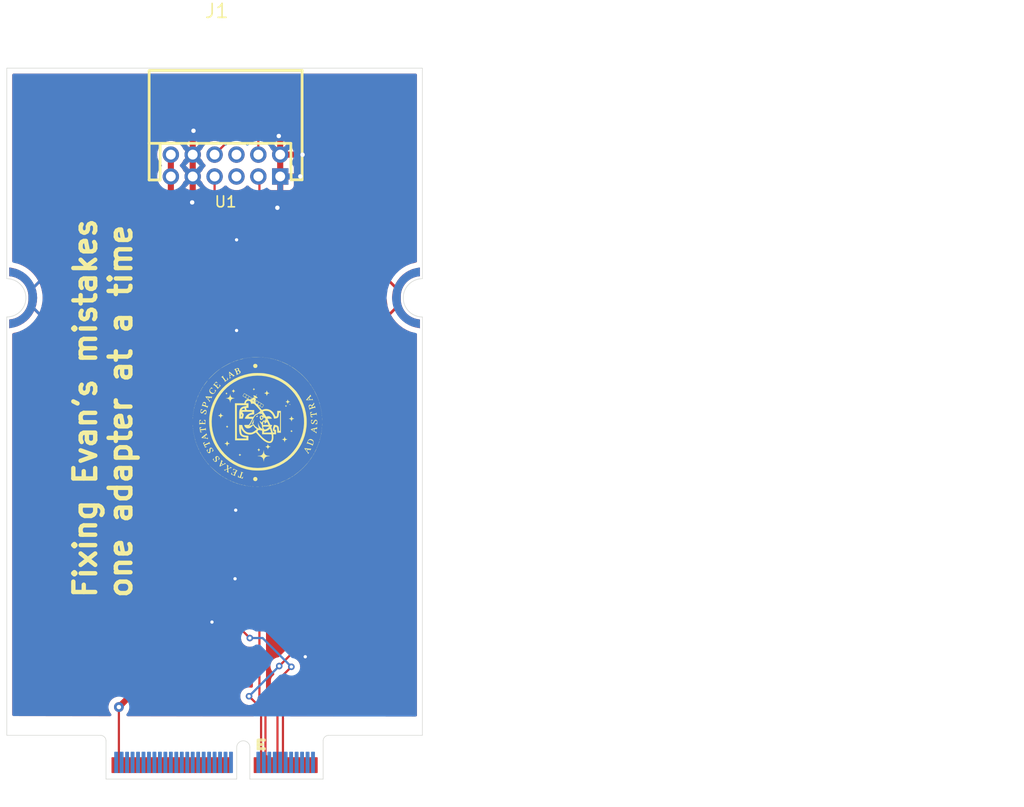
<source format=kicad_pcb>
(kicad_pcb (version 20241229) (generator "pcbnew") (generator_version "9.0")
  (layers (0 "F.Cu" signal) (2 "B.Cu" signal) (13 "F.Paste" user) (15 "B.Paste" user) (5 "F.SilkS" user "F.Silkscreen") (7 "B.SilkS" user "B.Silkscreen") (1 "F.Mask" user) (3 "B.Mask" user) (25 "Edge.Cuts" user))
  (net 0 "")
  (net 2 "GND")
  (net 8 "/UART_RX")
  (net 10 "/I2C_SDA")
  (net 19 "/I2C_SCL")
  (net 23 "+3.3V")
  (net 33 "/UART_TX")
  (footprint "MOSAIC_function_board_footprints:CONN-TH_DF11-12DP-2DS-24" (layer "F.Cu") (at 160.04 80.25 180)
    (property "Reference" "U1" (at -0.007518 -3.317043 0) (layer "F.SilkS"))
    (property "Value" "DF11-12DP-2DS(24)")
    (pad "1" thru_hole rect (at -5 -1 180) (size 1.5 1.5) (drill 0.900025) (layers "*.Cu" "*.Mask") (net 2 "GND"))
    (pad "2" thru_hole circle (at -5 1 180) (size 1.5 1.5) (drill 0.900025) (layers "*.Cu" "*.Mask") (net 2 "GND"))
    (pad "3" thru_hole circle (at -3 -1 180) (size 1.5 1.5) (drill 0.900025) (layers "*.Cu" "*.Mask") (net 10 "/I2C_SDA"))
    (pad "4" thru_hole circle (at -3 1 180) (size 1.5 1.5) (drill 0.900025) (layers "*.Cu" "*.Mask") (net 19 "/I2C_SCL"))
    (pad "5" thru_hole circle (at -1 -1 180) (size 1.5 1.5) (drill 0.900025) (layers "*.Cu" "*.Mask"))
    (pad "6" thru_hole circle (at -1 1 180) (size 1.5 1.5) (drill 0.900025) (layers "*.Cu" "*.Mask"))
    (pad "7" thru_hole circle (at 1 -1 180) (size 1.5 1.5) (drill 0.900025) (layers "*.Cu" "*.Mask") (net 8 "/UART_RX"))
    (pad "8" thru_hole circle (at 1 1 180) (size 1.5 1.5) (drill 0.900025) (layers "*.Cu" "*.Mask") (net 33 "/UART_TX"))
    (pad "9" thru_hole circle (at 3 -1 180) (size 1.5 1.5) (drill 0.900025) (layers "*.Cu" "*.Mask") (net 2 "GND"))
    (pad "10" thru_hole circle (at 3 1 180) (size 1.5 1.5) (drill 0.900025) (layers "*.Cu" "*.Mask") (net 2 "GND"))
    (pad "11" thru_hole circle (at 5 -1 180) (size 1.5 1.5) (drill 0.900025) (layers "*.Cu" "*.Mask") (net 23 "+3.3V"))
    (pad "12" thru_hole circle (at 5 1 180) (size 1.5 1.5) (drill 0.900025) (layers "*.Cu" "*.Mask") (net 23 "+3.3V"))
  )
  (footprint "MOSAIC_function_board_footprints:M.2-CARD-E-22_FUNCTION_STANDARD" (layer "F.Cu") (at 159.04 136.345)
    (property "Reference" "J1" (at 0.2 -70.225 0) (layer "F.SilkS") (effects (font (size 1.27 1.27))))
    (property "Value" "~" (hide yes))
    (fp_line (start -19 -65) (end 19 -65) (stroke (width 0.0508)) (layer "Edge.Cuts"))
    (fp_line (start -19 -45.75) (end -19 -65) (stroke (width 0.05)) (layer "Edge.Cuts"))
    (fp_line (start -19 -42.25) (end -19 -4) (stroke (width 0.05)) (layer "Edge.Cuts"))
    (fp_line (start -10.4 -4) (end -19 -4) (stroke (width 0.0508)) (layer "Edge.Cuts"))
    (fp_line (start -9.925 0) (end -9.925 -3.5) (stroke (width 0.0508)) (layer "Edge.Cuts"))
    (fp_line (start 2.025 -2.9) (end 2.025 0) (stroke (width 0.0508)) (layer "Edge.Cuts"))
    (fp_line (start 2.025 0) (end -9.925 0) (stroke (width 0.0508)) (layer "Edge.Cuts"))
    (fp_line (start 3.225 -2.9) (end 3.225 0) (stroke (width 0.0508)) (layer "Edge.Cuts"))
    (fp_line (start 9.925 -3.5) (end 9.925 0) (stroke (width 0.0508)) (layer "Edge.Cuts"))
    (fp_line (start 9.925 0) (end 3.225 0) (stroke (width 0.0508)) (layer "Edge.Cuts"))
    (fp_line (start 10.4 -4) (end 19 -4) (stroke (width 0.0508)) (layer "Edge.Cuts"))
    (fp_line (start 19 -45.75) (end 19 -65) (stroke (width 0.05)) (layer "Edge.Cuts"))
    (fp_line (start 19 -42.25) (end 19 -4) (stroke (width 0.05)) (layer "Edge.Cuts"))
    (fp_arc (start -19 -45.75) (mid -17.25 -44) (end -19 -42.25) (stroke (width 0.0508)) (layer "Edge.Cuts"))
    (fp_arc (start -10.4 -4) (mid -10.066759 -3.840954) (end -9.925 -3.5) (stroke (width 0.0508)) (layer "Edge.Cuts"))
    (fp_arc (start 2.025 -2.9) (mid 2.625 -3.5) (end 3.225 -2.9) (stroke (width 0.0508)) (layer "Edge.Cuts"))
    (fp_arc (start 9.925 -3.5) (mid 10.065344 -3.842298) (end 10.4 -4) (stroke (width 0.0508)) (layer "Edge.Cuts"))
    (fp_arc (start 19 -42.25) (mid 17.25 -44) (end 19 -45.75) (stroke (width 0.0508)) (layer "Edge.Cuts"))
    (fp_text user "Route\nOut" (at -18.3 -44 90) (layer "Edge.Cuts") (effects (font (size 0.276 0.276) (thickness 0.024))))
    (fp_text user "Route\nOut" (at 18.3 -44 270) (layer "Edge.Cuts") (effects (font (size 0.276 0.276) (thickness 0.024))))
    (pad "1" smd roundrect (at 9.25 -1.275 180) (size 0.35 1.45) (layers "F.Cu" "F.Mask") (roundrect_rratio 0.1451428571) (net 2 "GND"))
    (pad "2" smd roundrect (at 9 -1.525) (size 0.35 1.95) (layers "B.Cu" "B.Mask") (roundrect_rratio 0.1451428571))
    (pad "3" smd roundrect (at 8.75 -1.275 180) (size 0.35 1.45) (layers "F.Cu" "F.Mask") (roundrect_rratio 0.1451428571))
    (pad "4" smd roundrect (at 8.5 -1.525) (size 0.35 1.95) (layers "B.Cu" "B.Mask") (roundrect_rratio 0.1451428571))
    (pad "5" smd roundrect (at 8.25 -1.275 180) (size 0.35 1.45) (layers "F.Cu" "F.Mask") (roundrect_rratio 0.1451428571))
    (pad "6" smd roundrect (at 8 -1.525) (size 0.35 1.95) (layers "B.Cu" "B.Mask") (roundrect_rratio 0.1451428571))
    (pad "7" smd roundrect (at 7.75 -1.275 180) (size 0.35 1.45) (layers "F.Cu" "F.Mask") (roundrect_rratio 0.1451428571))
    (pad "8" smd roundrect (at 7.5 -1.525) (size 0.35 1.95) (layers "B.Cu" "B.Mask") (roundrect_rratio 0.1451428571))
    (pad "9" smd roundrect (at 7.25 -1.275 180) (size 0.35 1.45) (layers "F.Cu" "F.Mask") (roundrect_rratio 0.1451428571))
    (pad "10" smd roundrect (at 7 -1.525) (size 0.35 1.95) (layers "B.Cu" "B.Mask") (roundrect_rratio 0.1451428571))
    (pad "11" smd roundrect (at 6.75 -1.275 180) (size 0.35 1.45) (layers "F.Cu" "F.Mask") (roundrect_rratio 0.1451428571))
    (pad "12" smd roundrect (at 6.5 -1.525) (size 0.35 1.95) (layers "B.Cu" "B.Mask") (roundrect_rratio 0.1451428571))
    (pad "13" smd roundrect (at 6.25 -1.275 180) (size 0.35 1.45) (layers "F.Cu" "F.Mask") (roundrect_rratio 0.1451428571) (net 33 "/UART_TX"))
    (pad "14" smd roundrect (at 6 -1.525) (size 0.35 1.95) (layers "B.Cu" "B.Mask") (roundrect_rratio 0.1451428571))
    (pad "15" smd roundrect (at 5.75 -1.275 180) (size 0.35 1.45) (layers "F.Cu" "F.Mask") (roundrect_rratio 0.1451428571) (net 8 "/UART_RX"))
    (pad "16" smd roundrect (at 5.5 -1.525) (size 0.35 1.95) (layers "B.Cu" "B.Mask") (roundrect_rratio 0.1451428571))
    (pad "17" smd roundrect (at 5.25 -1.275 180) (size 0.35 1.45) (layers "F.Cu" "F.Mask") (roundrect_rratio 0.1451428571))
    (pad "18" smd roundrect (at 5 -1.525) (size 0.35 1.95) (layers "B.Cu" "B.Mask") (roundrect_rratio 0.1451428571))
    (pad "19" smd roundrect (at 4.75 -1.275 180) (size 0.35 1.45) (layers "F.Cu" "F.Mask") (roundrect_rratio 0.1451428571) (net 10 "/I2C_SDA"))
    (pad "20" smd roundrect (at 4.5 -1.525) (size 0.35 1.95) (layers "B.Cu" "B.Mask") (roundrect_rratio 0.1451428571))
    (pad "21" smd roundrect (at 4.25 -1.275 180) (size 0.35 1.45) (layers "F.Cu" "F.Mask") (roundrect_rratio 0.1451428571) (net 19 "/I2C_SCL"))
    (pad "22" smd roundrect (at 4 -1.525) (size 0.35 1.95) (layers "B.Cu" "B.Mask") (roundrect_rratio 0.1451428571))
    (pad "23" smd roundrect (at 3.75 -1.275 180) (size 0.35 1.45) (layers "F.Cu" "F.Mask") (roundrect_rratio 0.1451428571))
    (pad "32" smd roundrect (at 1.5 -1.525) (size 0.35 1.95) (layers "B.Cu" "B.Mask") (roundrect_rratio 0.1451428571))
    (pad "33" smd roundrect (at 1.25 -1.275 180) (size 0.35 1.45) (layers "F.Cu" "F.Mask") (roundrect_rratio 0.1451428571) (net 2 "GND"))
    (pad "34" smd roundrect (at 1 -1.525) (size 0.35 1.95) (layers "B.Cu" "B.Mask") (roundrect_rratio 0.1451428571))
    (pad "35" smd roundrect (at 0.75 -1.275 180) (size 0.35 1.45) (layers "F.Cu" "F.Mask") (roundrect_rratio 0.1451428571))
    (pad "36" smd roundrect (at 0.5 -1.525) (size 0.35 1.95) (layers "B.Cu" "B.Mask") (roundrect_rratio 0.1451428571))
    (pad "37" smd roundrect (at 0.25 -1.275 180) (size 0.35 1.45) (layers "F.Cu" "F.Mask") (roundrect_rratio 0.1451428571))
    (pad "38" smd roundrect (at 0 -1.525) (size 0.35 1.95) (layers "B.Cu" "B.Mask") (roundrect_rratio 0.1451428571))
    (pad "39" smd roundrect (at -0.25 -1.275 180) (size 0.35 1.45) (layers "F.Cu" "F.Mask") (roundrect_rratio 0.1451428571) (net 2 "GND"))
    (pad "40" smd roundrect (at -0.5 -1.525) (size 0.35 1.95) (layers "B.Cu" "B.Mask") (roundrect_rratio 0.1451428571))
    (pad "41" smd roundrect (at -0.75 -1.275 180) (size 0.35 1.45) (layers "F.Cu" "F.Mask") (roundrect_rratio 0.1451428571))
    (pad "42" smd roundrect (at -1 -1.525) (size 0.35 1.95) (layers "B.Cu" "B.Mask") (roundrect_rratio 0.1451428571))
    (pad "43" smd roundrect (at -1.25 -1.275 180) (size 0.35 1.45) (layers "F.Cu" "F.Mask") (roundrect_rratio 0.1451428571))
    (pad "44" smd roundrect (at -1.5 -1.525) (size 0.35 1.95) (layers "B.Cu" "B.Mask") (roundrect_rratio 0.1451428571))
    (pad "45" smd roundrect (at -1.75 -1.275 180) (size 0.35 1.45) (layers "F.Cu" "F.Mask") (roundrect_rratio 0.1451428571) (net 2 "GND"))
    (pad "46" smd roundrect (at -2 -1.525) (size 0.35 1.95) (layers "B.Cu" "B.Mask") (roundrect_rratio 0.1451428571))
    (pad "47" smd roundrect (at -2.25 -1.275 180) (size 0.35 1.45) (layers "F.Cu" "F.Mask") (roundrect_rratio 0.1451428571))
    (pad "48" smd roundrect (at -2.5 -1.525) (size 0.35 1.95) (layers "B.Cu" "B.Mask") (roundrect_rratio 0.1451428571))
    (pad "49" smd roundrect (at -2.75 -1.275 180) (size 0.35 1.45) (layers "F.Cu" "F.Mask") (roundrect_rratio 0.1451428571))
    (pad "50" smd roundrect (at -3 -1.525) (size 0.35 1.95) (layers "B.Cu" "B.Mask") (roundrect_rratio 0.1451428571))
    (pad "51" smd roundrect (at -3.25 -1.275 180) (size 0.35 1.45) (layers "F.Cu" "F.Mask") (roundrect_rratio 0.1451428571))
    (pad "52" smd roundrect (at -3.5 -1.525) (size 0.35 1.95) (layers "B.Cu" "B.Mask") (roundrect_rratio 0.1451428571))
    (pad "53" smd roundrect (at -3.75 -1.275 180) (size 0.35 1.45) (layers "F.Cu" "F.Mask") (roundrect_rratio 0.1451428571))
    (pad "54" smd roundrect (at -4 -1.525) (size 0.35 1.95) (layers "B.Cu" "B.Mask") (roundrect_rratio 0.1451428571))
    (pad "55" smd roundrect (at -4.25 -1.275 180) (size 0.35 1.45) (layers "F.Cu" "F.Mask") (roundrect_rratio 0.1451428571))
    (pad "56" smd roundrect (at -4.5 -1.525) (size 0.35 1.95) (layers "B.Cu" "B.Mask") (roundrect_rratio 0.1451428571))
    (pad "57" smd roundrect (at -4.75 -1.275 180) (size 0.35 1.45) (layers "F.Cu" "F.Mask") (roundrect_rratio 0.1451428571))
    (pad "58" smd roundrect (at -5 -1.525) (size 0.35 1.95) (layers "B.Cu" "B.Mask") (roundrect_rratio 0.1451428571))
    (pad "59" smd roundrect (at -5.25 -1.275 180) (size 0.35 1.45) (layers "F.Cu" "F.Mask") (roundrect_rratio 0.1451428571))
    (pad "60" smd roundrect (at -5.5 -1.525) (size 0.35 1.95) (layers "B.Cu" "B.Mask") (roundrect_rratio 0.1451428571))
    (pad "61" smd roundrect (at -5.75 -1.275 180) (size 0.35 1.45) (layers "F.Cu" "F.Mask") (roundrect_rratio 0.1451428571))
    (pad "62" smd roundrect (at -6 -1.525) (size 0.35 1.95) (layers "B.Cu" "B.Mask") (roundrect_rratio 0.1451428571))
    (pad "63" smd roundrect (at -6.25 -1.275 180) (size 0.35 1.45) (layers "F.Cu" "F.Mask") (roundrect_rratio 0.1451428571))
    (pad "64" smd roundrect (at -6.5 -1.525) (size 0.35 1.95) (layers "B.Cu" "B.Mask") (roundrect_rratio 0.1451428571))
    (pad "65" smd roundrect (at -6.75 -1.275 180) (size 0.35 1.45) (layers "F.Cu" "F.Mask") (roundrect_rratio 0.1451428571))
    (pad "66" smd roundrect (at -7 -1.525) (size 0.35 1.95) (layers "B.Cu" "B.Mask") (roundrect_rratio 0.1451428571))
    (pad "67" smd roundrect (at -7.25 -1.275 180) (size 0.35 1.45) (layers "F.Cu" "F.Mask") (roundrect_rratio 0.1451428571))
    (pad "68" smd roundrect (at -7.5 -1.525) (size 0.35 1.95) (layers "B.Cu" "B.Mask") (roundrect_rratio 0.1451428571))
    (pad "69" smd roundrect (at -7.75 -1.275 180) (size 0.35 1.45) (layers "F.Cu" "F.Mask") (roundrect_rratio 0.1451428571))
    (pad "70" smd roundrect (at -8 -1.525) (size 0.35 1.95) (layers "B.Cu" "B.Mask") (roundrect_rratio 0.1451428571))
    (pad "71" smd roundrect (at -8.25 -1.275 180) (size 0.35 1.45) (layers "F.Cu" "F.Mask") (roundrect_rratio 0.1451428571))
    (pad "72" smd roundrect (at -8.5 -1.525) (size 0.35 1.95) (layers "B.Cu" "B.Mask") (roundrect_rratio 0.1451428571))
    (pad "73" smd roundrect (at -8.75 -1.275 180) (size 0.35 1.45) (layers "F.Cu" "F.Mask") (roundrect_rratio 0.1451428571) (net 23 "+3.3V"))
    (pad "74" smd roundrect (at -9 -1.525) (size 0.35 1.95) (layers "B.Cu" "B.Mask") (roundrect_rratio 0.1451428571))
    (pad "75" smd roundrect (at -9.25 -1.275 180) (size 0.35 1.45) (layers "F.Cu" "F.Mask") (roundrect_rratio 0.1451428571) (net 2 "GND"))
    (pad "76" smd custom (at -16.65 -44.025) (size 0.254 0.254) (layers "F.Cu") (net 2 "GND") (options (clearance outline) (anchor circle)) (primitives (gr_poly (pts (xy -1.760412 -2.693444) (xy -1.432764 -2.596636) (xy -1.119232 -2.460904) (xy -0.824422 -2.288241) (xy -0.552664 -2.081185) (xy -0.307948 -1.842774) (xy -0.09387 -1.576511) (xy 0.086427 -1.286308) (xy 0.230295 -0.976425) (xy 0.335621 -0.651414) (xy 0.400857 -0.31605) (xy 0.425057 0.024911) (xy 0.403244 0.366712) (xy 0.339835 0.703134) (xy 0.235774 1.029281) (xy 0.09262 1.340259) (xy -0.087478 1.631403) (xy -0.301819 1.898346) (xy -0.547187 2.137083) (xy -0.8199 2.344031) (xy -1.115869 2.516087) (xy -1.43136 2.650972) (xy -2.125 2.806214) (xy -2.125 2.003231) (xy -1.839643 1.963611) (xy -1.585462 1.890309) (xy -1.344294 1.781576) (xy -1.121069 1.639637) (xy -0.920302 1.467364) (xy -0.746103 1.268278) (xy -0.602008 1.046426) (xy -0.490954 0.806329) (xy -0.415198 0.552866) (xy -0.376286 0.291208) (xy -0.375 0.025) (xy -0.376286 -0.241207) (xy -0.415198 -0.502865) (xy -0.490954 -0.756328) (xy -0.602008 -0.996425) (xy -0.746103 -1.218277) (xy -0.920302 -1.417363) (xy -1.121069 -1.589636) (xy -1.344294 -1.731575) (xy -1.585462 -1.840308) (xy -1.839643 -1.91361) (xy -2.125 -1.953231) (xy -2.125 -2.754538)) (width 0) (fill yes))))
    (pad "77" smd custom (at 16.55 -44) (size 0.254 0.254) (layers "F.Cu") (net 2 "GND") (options (clearance outline) (anchor circle)) (primitives (gr_poly (pts (xy 2.225 -1.978231) (xy 1.939643 -1.93861) (xy 1.685462 -1.865308) (xy 1.444294 -1.756575) (xy 1.221069 -1.614636) (xy 1.020302 -1.442363) (xy 0.846103 -1.243277) (xy 0.702008 -1.021425) (xy 0.590954 -0.781328) (xy 0.515198 -0.527865) (xy 0.476286 -0.266207) (xy 0.475 0) (xy 0.476286 0.266208) (xy 0.515198 0.527866) (xy 0.590954 0.781329) (xy 0.702008 1.021426) (xy 0.846103 1.243278) (xy 1.020302 1.442364) (xy 1.221069 1.614637) (xy 1.444294 1.756576) (xy 1.685462 1.865309) (xy 1.939643 1.938611) (xy 2.225 1.978231) (xy 2.225 2.775) (xy 2.197919 2.775) (xy 1.860412 2.718444) (xy 1.532763 2.621636) (xy 1.219231 2.485903) (xy 0.924422 2.313241) (xy 0.652664 2.106184) (xy 0.407948 1.867774) (xy 0.193871 1.601511) (xy 0.013573 1.311307) (xy -0.130294 1.001425) (xy -0.235855 0.675689) (xy -0.322003 0.024313) (xy -0.326593 0.024166) (xy -0.325106 0.000852) (xy -0.328285 -0.023192) (xy -0.323551 -0.023503) (xy -0.303244 -0.341711) (xy -0.239835 -0.678134) (xy -0.135774 -1.004281) (xy 0.00738 -1.315258) (xy 0.187478 -1.606403) (xy 0.401819 -1.873345) (xy 0.647187 -2.112082) (xy 0.9199 -2.31903) (xy 1.215869 -2.491086) (xy 1.53136 -2.625971) (xy 2.225 -2.781214)) (width 0) (fill yes))))
    (pad "79" smd custom (at -16.65 -44.025) (size 0.254 0.254) (layers "B.Cu") (net 2 "GND") (options (clearance outline) (anchor circle)) (primitives (gr_poly (pts (xy -1.43136 -2.600971) (xy -1.115869 -2.466086) (xy -0.8199 -2.29403) (xy -0.547187 -2.087082) (xy -0.301819 -1.848345) (xy -0.087478 -1.581403) (xy 0.09262 -1.290258) (xy 0.235774 -0.979281) (xy 0.339835 -0.653134) (xy 0.403244 -0.316711) (xy 0.423508 0.000818) (xy 0.426771 0.000933) (xy 0.425057 0.025089) (xy 0.426593 0.049166) (xy 0.423341 0.04927) (xy 0.400856 0.36605) (xy 0.33562 0.701414) (xy 0.230294 1.026425) (xy 0.086427 1.336307) (xy -0.093871 1.626511) (xy -0.307948 1.892774) (xy -0.552664 2.131184) (xy -0.824422 2.338241) (xy -1.119231 2.510903) (xy -1.432763 2.646636) (xy -1.760412 2.743444) (xy -2.097919 2.8) (xy -2.125 2.8) (xy -2.125 2.003231) (xy -1.839643 1.963611) (xy -1.585462 1.890309) (xy -1.344294 1.781576) (xy -1.121069 1.639637) (xy -0.920302 1.467364) (xy -0.746103 1.268278) (xy -0.602008 1.046426) (xy -0.490954 0.806329) (xy -0.415198 0.552866) (xy -0.376286 0.291208) (xy -0.375 0.025) (xy -0.376286 -0.241207) (xy -0.415198 -0.502865) (xy -0.490954 -0.756328) (xy -0.602008 -0.996425) (xy -0.746103 -1.218277) (xy -0.920302 -1.417363) (xy -1.121069 -1.589636) (xy -1.344294 -1.731575) (xy -1.585462 -1.840308) (xy -1.839643 -1.91361) (xy -2.125 -1.953231) (xy -2.125 -2.756214)) (width 0) (fill yes))))
    (pad "80" smd custom (at 16.55 -44) (size 0.254 0.254) (layers "B.Cu") (options (clearance outline) (anchor circle)) (primitives (gr_poly (pts (xy 2.225 -1.978231) (xy 1.939643 -1.93861) (xy 1.685462 -1.865308) (xy 1.444294 -1.756575) (xy 1.221069 -1.614636) (xy 1.020302 -1.442363) (xy 0.846103 -1.243277) (xy 0.702008 -1.021425) (xy 0.590954 -0.781328) (xy 0.515198 -0.527865) (xy 0.476286 -0.266207) (xy 0.475 0) (xy 0.476286 0.266208) (xy 0.515198 0.527866) (xy 0.590954 0.781329) (xy 0.702008 1.021426) (xy 0.846103 1.243278) (xy 1.020302 1.442364) (xy 1.221069 1.614637) (xy 1.444294 1.756576) (xy 1.685462 1.865309) (xy 1.939643 1.938611) (xy 2.225 1.978231) (xy 2.225 2.781214) (xy 1.53136 2.625972) (xy 1.215869 2.491087) (xy 0.9199 2.319031) (xy 0.647187 2.112083) (xy 0.401819 1.873346) (xy 0.187478 1.606403) (xy 0.00738 1.315259) (xy -0.135774 1.004281) (xy -0.239835 0.678134) (xy -0.303244 0.341712) (xy -0.325105 -0.000851) (xy -0.235856 -0.675689) (xy -0.130295 -1.001425) (xy 0.013573 -1.311308) (xy 0.19387 -1.601511) (xy 0.407948 -1.867774) (xy 0.652664 -2.106185) (xy 0.924422 -2.313241) (xy 1.219232 -2.485904) (xy 1.532764 -2.621636) (xy 1.860412 -2.718444) (xy 2.225 -2.779538)) (width 0) (fill yes))))
  )
  (footprint "main_board_footprints_V1.0:SL_Logo" (layer "F.Cu") (at 162.7624 103.74166 90)
    (property "Reference" "G***" (hide yes))
    (property "Value" "" (hide yes))
  )
  (gr_text "Fixing Evan's mistakes\none adapter at a time" (at 151.61 119.98 90) (layer "F.SilkS") (effects (font (size 2 2) (thickness 0.4) (bold yes)) (justify left bottom)))
  (segment (start 165.04 79.25) (end 167.07 79.25) (width 0.558) (layer "F.Cu") (net 2))
  (segment (start 157.04 81.25) (end 157.04 83.57) (width 0.558) (layer "F.Cu") (net 2))
  (segment (start 165.04 83.85) (end 164.78 84.11) (width 0.558) (layer "F.Cu") (net 2))
  (segment (start 166.87 81.25) (end 166.88 81.24) (width 0.558) (layer "F.Cu") (net 2))
  (segment (start 165.04 81.25) (end 166.87 81.25) (width 0.558) (layer "F.Cu") (net 2))
  (segment (start 165.04 77.68) (end 164.91 77.55) (width 0.558) (layer "F.Cu") (net 2))
  (segment (start 167.07 79.25) (end 167.08 79.26) (width 0.558) (layer "F.Cu") (net 2))
  (segment (start 157.04 79.25) (end 157.04 81.25) (width 0.558) (layer "F.Cu") (net 2))
  (segment (start 157.04 77.14) (end 157.11 77.07) (width 0.558) (layer "F.Cu") (net 2))
  (segment (start 165.04 81.25) (end 165.04 83.85) (width 0.558) (layer "F.Cu") (net 2))
  (segment (start 157.04 79.25) (end 157.04 77.14) (width 0.558) (layer "F.Cu") (net 2))
  (segment (start 157.04 83.57) (end 156.99 83.62) (width 0.558) (layer "F.Cu") (net 2))
  (segment (start 165.04 79.25) (end 165.04 81.25) (width 0.558) (layer "F.Cu") (net 2))
  (segment (start 165.04 79.25) (end 165.04 77.68) (width 0.558) (layer "F.Cu") (net 2))
  (via (at 160.91 118.03) (size 0.6) (drill 0.3) (layers "F.Cu" "B.Cu") (net 2))
  (via (at 161.05 95.33) (size 0.6) (drill 0.3) (layers "F.Cu" "B.Cu") (net 2))
  (via (at 167.33 125.16) (size 0.6) (drill 0.3) (layers "F.Cu" "B.Cu") (net 2))
  (via (at 160.97 111.76) (size 0.6) (drill 0.3) (layers "F.Cu" "B.Cu") (net 2))
  (via (at 157.11 77.07) (size 0.9) (drill 0.4) (layers "F.Cu" "B.Cu") (net 2))
  (via (at 161.05 87.04) (size 0.6) (drill 0.3) (layers "F.Cu" "B.Cu") (net 2))
  (via (at 158.8 121.99) (size 0.6) (drill 0.3) (layers "F.Cu" "B.Cu") (net 2))
  (via (at 167.08 79.26) (size 0.9) (drill 0.4) (layers "F.Cu" "B.Cu") (net 2))
  (via (at 164.91 77.55) (size 0.9) (drill 0.4) (layers "F.Cu" "B.Cu") (net 2))
  (via (at 156.99 83.62) (size 0.9) (drill 0.4) (layers "F.Cu" "B.Cu") (net 2))
  (via (at 164.78 84.11) (size 0.9) (drill 0.4) (layers "F.Cu" "B.Cu") (net 2))
  (via (at 166.88 81.24) (size 0.9) (drill 0.4) (layers "F.Cu" "B.Cu") (net 2))
  (segment (start 166.06 126.08) (end 164.79 127.35) (width 0.2) (layer "F.Cu") (net 8))
  (segment (start 164.79 127.35) (end 164.79 135.07) (width 0.2) (layer "F.Cu") (net 8))
  (segment (start 159.04 81.25) (end 159.04 120.23) (width 0.2) (layer "F.Cu") (net 8))
  (segment (start 159.04 120.23) (end 162.26 123.45) (width 0.2) (layer "F.Cu") (net 8))
  (via (at 166.06 126.08) (size 0.6) (drill 0.3) (layers "F.Cu" "B.Cu") (net 8))
  (via (at 162.26 123.45) (size 0.6) (drill 0.3) (layers "F.Cu" "B.Cu") (net 8))
  (segment (start 163.43 123.45) (end 166.06 126.08) (width 0.2) (layer "B.Cu") (net 8))
  (segment (start 162.26 123.45) (end 163.43 123.45) (width 0.2) (layer "B.Cu") (net 8))
  (segment (start 163.691 129.7039) (end 163.691 134.17367) (width 0.2) (layer "F.Cu") (net 10))
  (segment (start 163.04 81.25) (end 163.14 81.35) (width 0.2) (layer "F.Cu") (net 10))
  (segment (start 163.14 129.1529) (end 163.691 129.7039) (width 0.2) (layer "F.Cu") (net 10))
  (segment (start 163.766 134.24867) (end 163.766 135.046) (width 0.2) (layer "F.Cu") (net 10))
  (segment (start 163.766 135.046) (end 163.79 135.07) (width 0.2) (layer "F.Cu") (net 10))
  (segment (start 163.691 134.17367) (end 163.766 134.24867) (width 0.2) (layer "F.Cu") (net 10))
  (segment (start 163.14 81.35) (end 163.14 129.1529) (width 0.2) (layer "F.Cu") (net 10))
  (segment (start 168 78.27) (end 168 122.96) (width 0.2) (layer "F.Cu") (net 19))
  (segment (start 163.04 79.25) (end 163.04 77.38) (width 0.2) (layer "F.Cu") (net 19))
  (segment (start 168 122.96) (end 164.95 126.01) (width 0.2) (layer "F.Cu") (net 19))
  (segment (start 163.29 129.87) (end 163.29 135.07) (width 0.2) (layer "F.Cu") (net 19))
  (segment (start 163.77 76.65) (end 166.38 76.65) (width 0.2) (layer "F.Cu") (net 19))
  (segment (start 166.38 76.65) (end 168 78.27) (width 0.2) (layer "F.Cu") (net 19))
  (segment (start 162.19 128.77) (end 163.29 129.87) (width 0.2) (layer "F.Cu") (net 19))
  (segment (start 163.04 77.38) (end 163.77 76.65) (width 0.2) (layer "F.Cu") (net 19))
  (via (at 164.95 126.01) (size 0.6) (drill 0.3) (layers "F.Cu" "B.Cu") (net 19))
  (via (at 162.19 128.77) (size 0.6) (drill 0.3) (layers "F.Cu" "B.Cu") (net 19))
  (segment (start 162.19 128.77) (end 164.95 126.01) (width 0.2) (layer "B.Cu") (net 19))
  (segment (start 150.29 135.07) (end 150.29 129.76) (width 0.2) (layer "F.Cu") (net 23))
  (segment (start 155.04 81.25) (end 155.04 79.25) (width 0.558) (layer "F.Cu") (net 23))
  (segment (start 155.04 125.01) (end 150.29 129.76) (width 0.558) (layer "F.Cu") (net 23))
  (segment (start 155.04 81.25) (end 155.04 125.01) (width 0.558) (layer "F.Cu") (net 23))
  (via (at 150.29 129.76) (size 0.9) (drill 0.4) (layers "F.Cu" "B.Cu") (net 23))
  (segment (start 168.401 78.1039) (end 168.401 125.699) (width 0.2) (layer "F.Cu") (net 33))
  (segment (start 166.5461 76.249) (end 168.401 78.1039) (width 0.2) (layer "F.Cu") (net 33))
  (segment (start 159.04 79.25) (end 162.041 76.249) (width 0.2) (layer "F.Cu") (net 33))
  (segment (start 162.041 76.249) (end 166.5461 76.249) (width 0.2) (layer "F.Cu") (net 33))
  (segment (start 165.29 128.81) (end 165.29 135.07) (width 0.2) (layer "F.Cu") (net 33))
  (segment (start 168.401 125.699) (end 165.29 128.81) (width 0.2) (layer "F.Cu") (net 33))
  (zone (net 2) (net_name "GND") (layers "F.Cu" "B.Cu") (connect_pads (clearance 0.5)) (min_thickness 0.25) (fill yes (thermal_gap 0.5) (thermal_bridge_width 0.5))
    (polygon (pts (xy 139.5 70.84) (xy 178.55 70.85) (xy 178.6 130.63) (xy 139.42 130.58)))
  )
)
</source>
